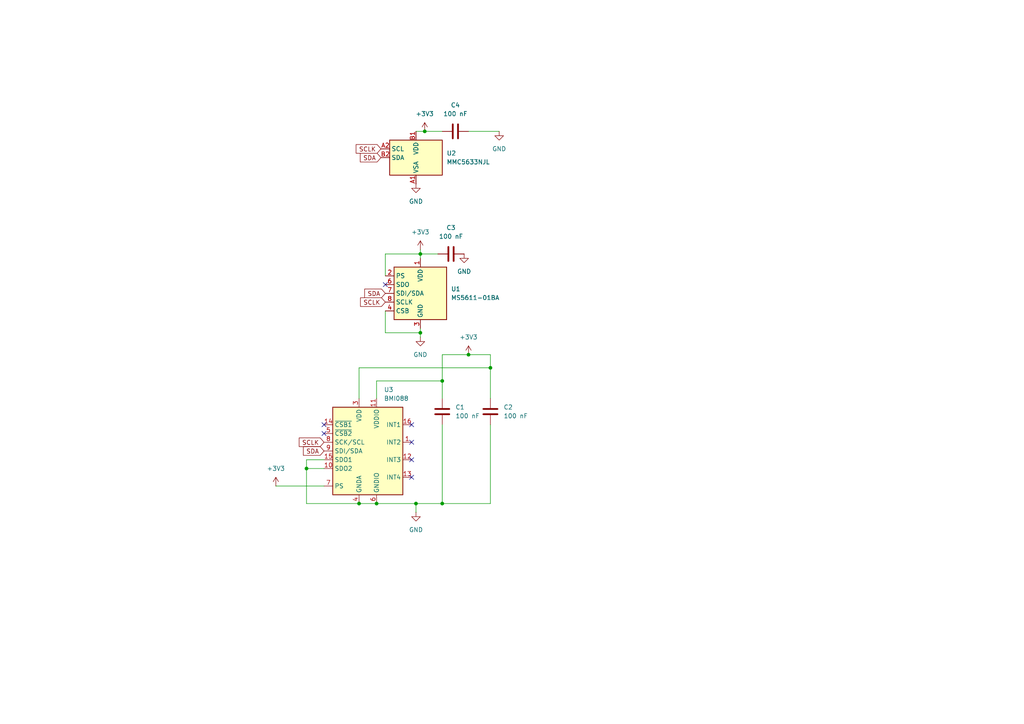
<source format=kicad_sch>
(kicad_sch (version 20250114) (generator "eeschema") (generator_version "9.0")
  (paper "A4")
  (lib_symbols
    (symbol "Device:C" (pin_numbers (hide yes)) (pin_names (offset 0.254))
      (property "Reference" "C" (at 0.635 2.54 0))
      (property "Value" "C" (at 0.635 -2.54 0))
      (symbol "C_0_1"
        (polyline (pts (xy -2.032 0.762) (xy 2.032 0.762)) (stroke (width 0.508)))
        (polyline (pts (xy -2.032 -0.762) (xy 2.032 -0.762)) (stroke (width 0.508)))
      )
      (symbol "C_1_1"
        (pin passive line (at 0 3.81 270) (length 2.794) (name "~") (number "1"))
        (pin passive line (at 0 -3.81 90) (length 2.794) (name "~") (number "2"))
      )
    )
    (symbol "Sensor_Magnetic:MMC5633NJL"
      (property "Reference" "U" (at -2.54 8.255 0))
      (property "Value" "MMC5633NJL" (at -2.54 6.35 0))
      (symbol "MMC5633NJL_0_1"
        (rectangle (start -7.62 -5.08) (end 7.62 5.08) (stroke (width 0.254)) (fill (type background)))
      )
      (symbol "MMC5633NJL_1_1"
        (pin input line (at -10.16 2.54 0) (length 2.54) (name "SCL") (number "A2"))
        (pin bidirectional line (at -10.16 0 0) (length 2.54) (name "SDA") (number "B2"))
        (pin power_in line (at 0 7.62 270) (length 2.54) (name "VDD") (number "B1"))
        (pin power_in line (at 0 -7.62 90) (length 2.54) (name "VSA") (number "A1"))
      )
    )
    (symbol "Sensor_Motion:BMI088"
      (property "Reference" "U" (at -8.89 13.97 0))
      (property "Value" "BMI088" (at 8.89 13.97 0))
      (symbol "BMI088_1_1"
        (rectangle (start -10.16 12.7) (end 10.16 -12.7) (stroke (width 0.254)) (fill (type background)))
        (pin input line (at -12.7 7.62 0) (length 2.54) (name "~{CSB1}") (number "14"))
        (pin input line (at -12.7 5.08 0) (length 2.54) (name "~{CSB2}") (number "5"))
        (pin input line (at -12.7 2.54 0) (length 2.54) (name "SCK/SCL") (number "8"))
        (pin bidirectional line (at -12.7 0 0) (length 2.54) (name "SDI/SDA") (number "9"))
        (pin output line (at -12.7 -2.54 0) (length 2.54) (name "SDO1") (number "15"))
        (pin output line (at -12.7 -5.08 0) (length 2.54) (name "SDO2") (number "10"))
        (pin input line (at -12.7 -10.16 0) (length 2.54) (name "PS") (number "7"))
        (pin power_in line (at -2.54 15.24 270) (length 2.54) (name "VDD") (number "3"))
        (pin passive line (at -2.54 -15.24 90) (length 2.54) (hide yes) (name "GNDA") (number "2"))
        (pin power_in line (at -2.54 -15.24 90) (length 2.54) (name "GNDA") (number "4"))
        (pin power_in line (at 2.54 15.24 270) (length 2.54) (name "VDDIO") (number "11"))
        (pin power_in line (at 2.54 -15.24 90) (length 2.54) (name "GNDIO") (number "6"))
        (pin bidirectional line (at 12.7 7.62 180) (length 2.54) (name "INT1") (number "16"))
        (pin bidirectional line (at 12.7 2.54 180) (length 2.54) (name "INT2") (number "1"))
        (pin bidirectional line (at 12.7 -2.54 180) (length 2.54) (name "INT3") (number "12"))
        (pin bidirectional line (at 12.7 -7.62 180) (length 2.54) (name "INT4") (number "13"))
      )
    )
    (symbol "Sensor_Pressure:MS5611-01BA"
      (property "Reference" "U" (at -6.35 8.89 0))
      (property "Value" "MS5611-01BA" (at 7.62 8.89 0))
      (symbol "MS5611-01BA_0_1"
        (rectangle (start -7.62 7.62) (end 7.62 -7.62) (stroke (width 0.254)) (fill (type background)))
      )
      (symbol "MS5611-01BA_1_1"
        (pin input line (at -10.16 5.08 0) (length 2.54) (name "PS") (number "2"))
        (pin output line (at -10.16 2.54 0) (length 2.54) (name "SDO") (number "6"))
        (pin bidirectional line (at -10.16 0 0) (length 2.54) (name "SDI/SDA") (number "7"))
        (pin input line (at -10.16 -2.54 0) (length 2.54) (name "SCLK") (number "8"))
        (pin input line (at -10.16 -5.08 0) (length 2.54) (name "CSB") (number "4"))
        (pin input line (at -10.16 -5.08 0) (length 2.54) (hide yes) (name "CSB") (number "5"))
        (pin power_in line (at 0 10.16 270) (length 2.54) (name "VDD") (number "1"))
        (pin power_in line (at 0 -10.16 90) (length 2.54) (name "GND") (number "3"))
      )
    )
    (symbol "power:+3V3" (power) (pin_numbers (hide yes)) (pin_names (offset 0) (hide yes))
      (property "Value" "+3V3" (at 0 3.556 0))
      (symbol "+3V3_0_1"
        (polyline (pts (xy -0.762 1.27) (xy 0 2.54)))
        (polyline (pts (xy 0 2.54) (xy 0.762 1.27)))
        (polyline (pts (xy 0 0) (xy 0 2.54)))
      )
      (symbol "+3V3_1_1"
        (pin power_in line (at 0 0 90) (length 0) (name "~") (number "1"))
      )
    )
    (symbol "power:GND" (power) (pin_numbers (hide yes)) (pin_names (offset 0) (hide yes))
      (property "Value" "GND" (at 0 -3.81 0))
      (symbol "GND_0_1"
        (polyline (pts (xy 0 0) (xy 0 -1.27) (xy 1.27 -1.27) (xy 0 -2.54) (xy -1.27 -1.27) (xy 0 -1.27)))
      )
      (symbol "GND_1_1"
        (pin power_in line (at 0 0 270) (length 0) (name "~") (number "1"))
      )
    )
  )
  (junction (at 128.27 110.49))
  (junction (at 142.24 106.68))
  (junction (at 109.22 146.05))
  (junction (at 104.14 146.05))
  (junction (at 120.65 146.05))
  (junction (at 135.89 102.87))
  (junction (at 128.27 146.05))
  (junction (at 121.92 73.66))
  (junction (at 121.92 96.52))
  (junction (at 123.19 38.1))
  (junction (at 88.9 135.89))
  (no_connect (at 93.98 125.73))
  (no_connect (at 119.38 138.43))
  (no_connect (at 119.38 123.19))
  (no_connect (at 93.98 123.19))
  (no_connect (at 119.38 133.35))
  (no_connect (at 119.38 128.27))
  (no_connect (at 111.76 82.55))
  (wire (pts (xy 128.27 110.49) (xy 128.27 102.87)))
  (wire (pts (xy 121.92 73.66) (xy 127 73.66)))
  (wire (pts (xy 93.98 133.35) (xy 88.9 133.35)))
  (wire (pts (xy 142.24 106.68) (xy 142.24 102.87)))
  (wire (pts (xy 104.14 146.05) (xy 109.22 146.05)))
  (wire (pts (xy 142.24 115.57) (xy 142.24 106.68)))
  (wire (pts (xy 123.19 38.1) (xy 128.27 38.1)))
  (wire (pts (xy 142.24 123.19) (xy 142.24 146.05)))
  (wire (pts (xy 88.9 135.89) (xy 88.9 146.05)))
  (wire (pts (xy 120.65 38.1) (xy 123.19 38.1)))
  (wire (pts (xy 109.22 110.49) (xy 128.27 110.49)))
  (wire (pts (xy 111.76 96.52) (xy 121.92 96.52)))
  (wire (pts (xy 121.92 73.66) (xy 121.92 74.93)))
  (wire (pts (xy 121.92 95.25) (xy 121.92 96.52)))
  (wire (pts (xy 88.9 146.05) (xy 104.14 146.05)))
  (wire (pts (xy 109.22 115.57) (xy 109.22 110.49)))
  (wire (pts (xy 128.27 115.57) (xy 128.27 110.49)))
  (wire (pts (xy 120.65 146.05) (xy 120.65 148.59)))
  (wire (pts (xy 104.14 106.68) (xy 142.24 106.68)))
  (wire (pts (xy 121.92 72.39) (xy 121.92 73.66)))
  (wire (pts (xy 88.9 133.35) (xy 88.9 135.89)))
  (wire (pts (xy 128.27 102.87) (xy 135.89 102.87)))
  (wire (pts (xy 104.14 115.57) (xy 104.14 106.68)))
  (wire (pts (xy 142.24 146.05) (xy 128.27 146.05)))
  (wire (pts (xy 135.89 38.1) (xy 144.78 38.1)))
  (wire (pts (xy 128.27 146.05) (xy 120.65 146.05)))
  (wire (pts (xy 109.22 146.05) (xy 120.65 146.05)))
  (wire (pts (xy 135.89 102.87) (xy 142.24 102.87)))
  (wire (pts (xy 93.98 140.97) (xy 80.01 140.97)))
  (wire (pts (xy 111.76 80.01) (xy 111.76 73.66)))
  (wire (pts (xy 111.76 90.17) (xy 111.76 96.52)))
  (wire (pts (xy 93.98 135.89) (xy 88.9 135.89)))
  (wire (pts (xy 128.27 123.19) (xy 128.27 146.05)))
  (wire (pts (xy 121.92 96.52) (xy 121.92 97.79)))
  (wire (pts (xy 111.76 73.66) (xy 121.92 73.66)))
  (global_label "SCLK" (shape input) (at 93.98 128.27 180) (property "Intersheetrefs" "${INTERSHEET_REFS}" (effects (hide yes))))
  (global_label "SDA" (shape input) (at 93.98 130.81 180) (property "Intersheetrefs" "${INTERSHEET_REFS}" (effects (hide yes))))
  (global_label "SDA" (shape input) (at 110.49 45.72 180) (property "Intersheetrefs" "${INTERSHEET_REFS}" (effects (hide yes))))
  (global_label "SCLK" (shape input) (at 110.49 43.18 180) (property "Intersheetrefs" "${INTERSHEET_REFS}" (effects (hide yes))))
  (global_label "SDA" (shape input) (at 111.76 85.09 180) (property "Intersheetrefs" "${INTERSHEET_REFS}" (effects (hide yes))))
  (global_label "SCLK" (shape input) (at 111.76 87.63 180) (property "Intersheetrefs" "${INTERSHEET_REFS}" (effects (hide yes))))
  (symbol (lib_id "Device:C") (at 128.27 119.38 180) (unit 1)
    (property "Reference" "C1" (at 132.08 118.1099 0) (effects (justify right)))
    (property "Value" "100 nF" (at 132.08 120.6499 0) (effects (justify right)))
    (property "Footprint" "Capacitor_SMD:C_0603_1608Metric" (effects (hide yes)))
    (property "Description" "Unpolarized capacitor" (effects (hide yes)))
  )
  (symbol (lib_id "power:+3V3") (at 135.89 102.87 0) (unit 1)
    (property "Reference" "#PWR04" (effects (hide yes)))
    (property "Value" "+3V3" (at 135.89 97.79 0))
    (property "Description" "Power symbol creates a global label with name \"+3V3\"" (effects (hide yes)))
  )
  (symbol (lib_id "power:GND") (at 134.62 73.66 0) (unit 1)
    (property "Reference" "#PWR09" (effects (hide yes)))
    (property "Value" "GND" (at 134.62 78.74 0))
    (property "Description" "Power symbol creates a global label with name \"GND\" , ground" (effects (hide yes)))
  )
  (symbol (lib_id "power:GND") (at 120.65 148.59 0) (unit 1)
    (property "Reference" "#PWR06" (effects (hide yes)))
    (property "Value" "GND" (at 120.65 153.67 0))
    (property "Description" "Power symbol creates a global label with name \"GND\" , ground" (effects (hide yes)))
  )
  (symbol (lib_id "power:GND") (at 121.92 97.79 0) (unit 1)
    (property "Reference" "#PWR05" (effects (hide yes)))
    (property "Value" "GND" (at 121.92 102.87 0))
    (property "Description" "Power symbol creates a global label with name \"GND\" , ground" (effects (hide yes)))
  )
  (symbol (lib_id "power:+3V3") (at 121.92 72.39 0) (unit 1)
    (property "Reference" "#PWR03" (effects (hide yes)))
    (property "Value" "+3V3" (at 121.92 67.31 0))
    (property "Description" "Power symbol creates a global label with name \"+3V3\"" (effects (hide yes)))
  )
  (symbol (lib_id "power:+3V3") (at 80.01 140.97 0) (unit 1)
    (property "Reference" "#PWR07" (effects (hide yes)))
    (property "Value" "+3V3" (at 80.01 135.89 0))
    (property "Description" "Power symbol creates a global label with name \"+3V3\"" (effects (hide yes)))
  )
  (symbol (lib_id "power:+3V3") (at 123.19 38.1 0) (unit 1)
    (property "Reference" "#PWR012" (effects (hide yes)))
    (property "Value" "+3V3" (at 123.19 33.02 0))
    (property "Description" "Power symbol creates a global label with name \"+3V3\"" (effects (hide yes)))
  )
  (symbol (lib_id "power:GND") (at 144.78 38.1 0) (unit 1)
    (property "Reference" "#PWR014" (effects (hide yes)))
    (property "Value" "GND" (at 144.78 43.18 0))
    (property "Description" "Power symbol creates a global label with name \"GND\" , ground" (effects (hide yes)))
  )
  (symbol (lib_id "power:GND") (at 120.65 53.34 0) (unit 1)
    (property "Reference" "#PWR013" (effects (hide yes)))
    (property "Value" "GND" (at 120.65 58.42 0))
    (property "Description" "Power symbol creates a global label with name \"GND\" , ground" (effects (hide yes)))
  )
  (symbol (lib_id "Sensor_Motion:BMI088") (at 106.68 130.81 0) (unit 1)
    (property "Reference" "U3" (at 111.3633 113.03 0) (effects (justify left)))
    (property "Value" "BMI088" (at 111.3633 115.57 0) (effects (justify left)))
    (property "Footprint" "Package_LGA:Bosch_LGA-16_4.5x3mm_P0.5mm_LayoutBorder7x1y_ClockwisePinNumbering" (effects (hide yes)))
    (property "Datasheet" "https://www.bosch-sensortec.com/media/boschsensortec/downloads/datasheets/bst-bmi088-ds001.pdf" (effects (hide yes)))
    (property "Description" "Accelerometer, Gyroscope, 6-Axis Sensor, I2C / SPI interface, LGA-16" (effects (hide yes)))
  )
  (symbol (lib_id "Device:C") (at 142.24 119.38 0) (unit 1)
    (property "Reference" "C2" (at 146.05 118.1099 0) (effects (justify left)))
    (property "Value" "100 nF" (at 146.05 120.6499 0) (effects (justify left)))
    (property "Footprint" "Capacitor_SMD:C_0603_1608Metric" (effects (hide yes)))
    (property "Description" "Unpolarized capacitor" (effects (hide yes)))
  )
  (symbol (lib_id "Sensor_Magnetic:MMC5633NJL") (at 120.65 45.72 0) (unit 1)
    (property "Reference" "U2" (at 129.54 44.4499 0) (effects (justify left)))
    (property "Value" "MMC5633NJL" (at 129.54 46.9899 0) (effects (justify left)))
    (property "Footprint" "Package_BGA:WLP-4_0.86x0.86mm_P0.4mm" (effects (hide yes)))
    (property "Datasheet" "http://www.memsic.com/uploadfiles/2020/08/20200827165106864.pdf" (effects (hide yes)))
    (property "Description" "3-axis AMR Magnetometer, 30 G, I2C & I3C  Interface, 2mG RMS, WLP-4" (effects (hide yes)))
  )
  (symbol (lib_id "Device:C") (at 130.81 73.66 90) (unit 1)
    (property "Reference" "C3" (at 130.81 66.04 90))
    (property "Value" "100 nF" (at 130.81 68.58 90))
    (property "Footprint" "Capacitor_SMD:C_0603_1608Metric" (effects (hide yes)))
    (property "Description" "Unpolarized capacitor" (effects (hide yes)))
  )
  (symbol (lib_id "Sensor_Pressure:MS5611-01BA") (at 121.92 85.09 0) (unit 1)
    (property "Reference" "U1" (at 130.81 83.8199 0) (effects (justify left)))
    (property "Value" "MS5611-01BA" (at 130.81 86.3599 0) (effects (justify left)))
    (property "Footprint" "Package_LGA:LGA-8_3x5mm_P1.25mm" (effects (hide yes)))
    (property "Datasheet" "https://www.te.com/commerce/DocumentDelivery/DDEController?Action=srchrtrv&DocNm=MS5611-01BA03&DocType=Data+Sheet&DocLang=English" (effects (hide yes)))
    (property "Description" "Barometric pressure sensor, 10cm resolution, 10 to 1200 mbar, I2C and SPI interface up to 20MHz, LGA-8" (effects (hide yes)))
  )
  (symbol (lib_id "Device:C") (at 132.08 38.1 90) (unit 1)
    (property "Reference" "C4" (at 132.08 30.48 90))
    (property "Value" "100 nF" (at 132.08 33.02 90))
    (property "Footprint" "Capacitor_SMD:C_0603_1608Metric" (effects (hide yes)))
    (property "Description" "Unpolarized capacitor" (effects (hide yes)))
  )
)
</source>
